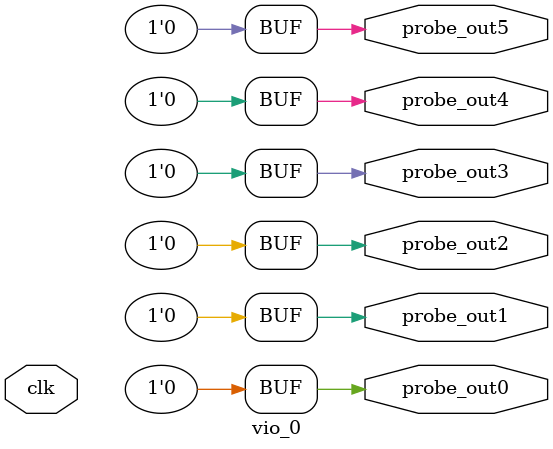
<source format=v>
`timescale 1ns / 1ps
module vio_0 (
clk,

probe_out0,
probe_out1,
probe_out2,
probe_out3,
probe_out4,
probe_out5
);

input clk;

output reg [0 : 0] probe_out0 = 'h0 ;
output reg [0 : 0] probe_out1 = 'h0 ;
output reg [0 : 0] probe_out2 = 'h0 ;
output reg [0 : 0] probe_out3 = 'h0 ;
output reg [0 : 0] probe_out4 = 'h0 ;
output reg [0 : 0] probe_out5 = 'h0 ;


endmodule

</source>
